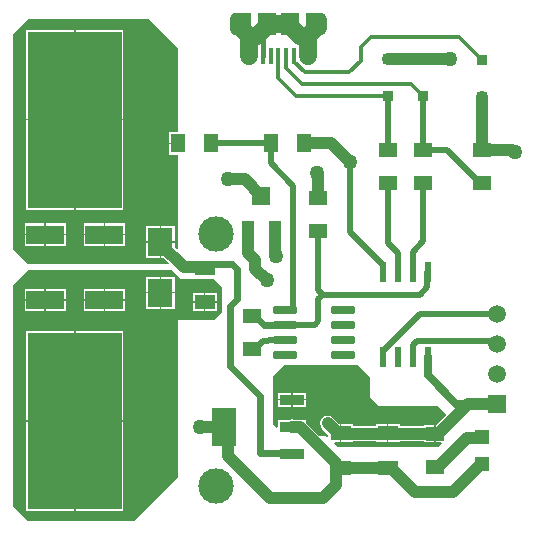
<source format=gtl>
G04*
G04 #@! TF.GenerationSoftware,Altium Limited,Altium Designer,21.0.9 (235)*
G04*
G04 Layer_Physical_Order=1*
G04 Layer_Color=255*
%FSLAX25Y25*%
%MOIN*%
G70*
G04*
G04 #@! TF.SameCoordinates,F2DB6EBA-4697-400F-9171-178E4C064C3E*
G04*
G04*
G04 #@! TF.FilePolarity,Positive*
G04*
G01*
G75*
%ADD15C,0.01968*%
%ADD16R,0.01575X0.05315*%
%ADD17R,0.05906X0.07480*%
%ADD18R,0.04724X0.06496*%
G04:AMPARAMS|DCode=19|XSize=67.32mil|YSize=22.84mil|CornerRadius=2.85mil|HoleSize=0mil|Usage=FLASHONLY|Rotation=270.000|XOffset=0mil|YOffset=0mil|HoleType=Round|Shape=RoundedRectangle|*
%AMROUNDEDRECTD19*
21,1,0.06732,0.01713,0,0,270.0*
21,1,0.06161,0.02284,0,0,270.0*
1,1,0.00571,-0.00856,-0.03081*
1,1,0.00571,-0.00856,0.03081*
1,1,0.00571,0.00856,0.03081*
1,1,0.00571,0.00856,-0.03081*
%
%ADD19ROUNDEDRECTD19*%
%ADD20R,0.08465X0.03740*%
%ADD21R,0.08465X0.12795*%
G04:AMPARAMS|DCode=22|XSize=77.56mil|YSize=23.62mil|CornerRadius=2.95mil|HoleSize=0mil|Usage=FLASHONLY|Rotation=180.000|XOffset=0mil|YOffset=0mil|HoleType=Round|Shape=RoundedRectangle|*
%AMROUNDEDRECTD22*
21,1,0.07756,0.01772,0,0,180.0*
21,1,0.07165,0.02362,0,0,180.0*
1,1,0.00591,-0.03583,0.00886*
1,1,0.00591,0.03583,0.00886*
1,1,0.00591,0.03583,-0.00886*
1,1,0.00591,-0.03583,-0.00886*
%
%ADD22ROUNDEDRECTD22*%
%ADD23R,0.05118X0.04528*%
%ADD24R,0.12795X0.06496*%
%ADD25R,0.31496X0.59055*%
%ADD26R,0.06496X0.04724*%
%ADD27R,0.07087X0.05118*%
%ADD28R,0.04331X0.06299*%
%ADD29R,0.06299X0.06299*%
%ADD30R,0.08465X0.09646*%
%ADD31R,0.03740X0.03543*%
%ADD53C,0.03937*%
%ADD54C,0.01378*%
%ADD55C,0.05906*%
%ADD56C,0.01575*%
%ADD57C,0.02362*%
%ADD58C,0.02756*%
%ADD59C,0.11811*%
%ADD60R,0.05906X0.05906*%
%ADD61C,0.05906*%
%ADD62C,0.05709*%
%ADD63C,0.05000*%
G36*
X227756Y390354D02*
X225787D01*
Y393898D01*
X227756D01*
X227756Y390354D01*
D02*
G37*
G36*
X197441Y390354D02*
X195473D01*
X195472Y393898D01*
X197441D01*
Y390354D01*
D02*
G37*
G36*
X225787Y388386D02*
X220669D01*
Y395866D01*
X225787D01*
Y388386D01*
D02*
G37*
G36*
X202559D02*
X197441D01*
Y395866D01*
X202559D01*
Y388386D01*
D02*
G37*
G36*
X168307Y393701D02*
X178150Y383858D01*
Y356110D01*
X175091D01*
Y352612D01*
X177953D01*
Y352112D01*
X175091D01*
Y348614D01*
X178150D01*
Y317205D01*
X177688Y317014D01*
X176976Y317725D01*
Y319238D01*
X172494D01*
Y314165D01*
X173417D01*
X175112Y312470D01*
X174921Y312008D01*
X127953D01*
X123031Y316929D01*
Y388779D01*
X127953Y393701D01*
X168307Y393701D01*
D02*
G37*
G36*
X179134Y307087D02*
X189961D01*
X192913Y304134D01*
X192913Y296260D01*
X189961Y293307D01*
X178150Y293307D01*
X178150Y284449D01*
X178150Y241142D01*
X163386Y226378D01*
X127953Y226378D01*
X123031Y231299D01*
X123031Y304134D01*
Y305118D01*
X127953Y310039D01*
X176181D01*
X179134Y307087D01*
D02*
G37*
G36*
X242126Y274606D02*
Y267717D01*
X245079Y264764D01*
X264764D01*
X267561Y261967D01*
X264030Y258435D01*
Y255512D01*
Y252650D01*
X265776D01*
X265967Y252188D01*
X264764Y250984D01*
X231299D01*
X230096Y252188D01*
X230287Y252650D01*
X232033D01*
Y255709D01*
Y258768D01*
X231800D01*
X229732Y260835D01*
X228916Y261380D01*
X227953Y261572D01*
X226990Y261380D01*
X226173Y260835D01*
X225627Y260018D01*
X225436Y259055D01*
X225627Y258092D01*
X226173Y257275D01*
X228240Y255208D01*
Y254697D01*
X227778Y254505D01*
X227362Y254921D01*
X225213D01*
X220874Y259260D01*
Y260244D01*
X219042D01*
X218799Y260293D01*
X216637D01*
X216142Y260391D01*
X215404Y260244D01*
X211409D01*
Y257748D01*
X210947Y257556D01*
X209646Y258858D01*
Y274606D01*
X213583Y278543D01*
X238189D01*
X242126Y274606D01*
D02*
G37*
%LPC*%
G36*
X159949Y390264D02*
X143951D01*
Y360486D01*
X159949D01*
Y390264D01*
D02*
G37*
G36*
X143451D02*
X127453D01*
Y360486D01*
X143451D01*
Y390264D01*
D02*
G37*
G36*
X159949Y359986D02*
X143951D01*
Y330209D01*
X159949D01*
Y359986D01*
D02*
G37*
G36*
X143451D02*
X127453D01*
Y330209D01*
X143451D01*
Y359986D01*
D02*
G37*
G36*
X160441Y325697D02*
X153794D01*
Y322199D01*
X160441D01*
Y325697D01*
D02*
G37*
G36*
X140756D02*
X134109D01*
Y322199D01*
X140756D01*
Y325697D01*
D02*
G37*
G36*
X153294D02*
X146646D01*
Y322199D01*
X153294D01*
Y325697D01*
D02*
G37*
G36*
X133609D02*
X126961D01*
Y322199D01*
X133609D01*
Y325697D01*
D02*
G37*
G36*
X176976Y324811D02*
X172494D01*
Y319738D01*
X176976D01*
Y324811D01*
D02*
G37*
G36*
X171994D02*
X167512D01*
Y319738D01*
X171994D01*
Y324811D01*
D02*
G37*
G36*
X160441Y321699D02*
X153794D01*
Y318201D01*
X160441D01*
Y321699D01*
D02*
G37*
G36*
X153294D02*
X146646D01*
Y318201D01*
X153294D01*
Y321699D01*
D02*
G37*
G36*
X140756D02*
X134109D01*
Y318201D01*
X140756D01*
Y321699D01*
D02*
G37*
G36*
X133609D02*
X126961D01*
Y318201D01*
X133609D01*
Y321699D01*
D02*
G37*
G36*
X171994Y319238D02*
X167512D01*
Y314165D01*
X171994D01*
Y319238D01*
D02*
G37*
G36*
X176976Y307882D02*
X172494D01*
Y302809D01*
X176976D01*
Y307882D01*
D02*
G37*
G36*
X171994D02*
X167512D01*
Y302809D01*
X171994D01*
Y307882D01*
D02*
G37*
G36*
X160441Y303847D02*
X153794D01*
Y300348D01*
X160441D01*
Y303847D01*
D02*
G37*
G36*
X140756D02*
X134109D01*
Y300348D01*
X140756D01*
Y303847D01*
D02*
G37*
G36*
X153294D02*
X146646D01*
Y300348D01*
X153294D01*
Y303847D01*
D02*
G37*
G36*
X133609D02*
X126961D01*
Y300348D01*
X133609D01*
Y303847D01*
D02*
G37*
G36*
X191051Y302468D02*
X187258D01*
Y299659D01*
X191051D01*
Y302468D01*
D02*
G37*
G36*
X186758D02*
X182965D01*
Y299659D01*
X186758D01*
Y302468D01*
D02*
G37*
G36*
X176976Y302309D02*
X172494D01*
Y297236D01*
X176976D01*
Y302309D01*
D02*
G37*
G36*
X171994D02*
X167512D01*
Y297236D01*
X171994D01*
Y302309D01*
D02*
G37*
G36*
X160441Y299849D02*
X153794D01*
Y296351D01*
X160441D01*
Y299849D01*
D02*
G37*
G36*
X153294D02*
X146646D01*
Y296351D01*
X153294D01*
Y299849D01*
D02*
G37*
G36*
X140756D02*
X134109D01*
Y296351D01*
X140756D01*
Y299849D01*
D02*
G37*
G36*
X133609D02*
X126961D01*
Y296351D01*
X133609D01*
Y299849D01*
D02*
G37*
G36*
X191051Y299159D02*
X187258D01*
Y296350D01*
X191051D01*
Y299159D01*
D02*
G37*
G36*
X186758D02*
X182965D01*
Y296350D01*
X186758D01*
Y299159D01*
D02*
G37*
G36*
X159949Y289870D02*
X143951D01*
Y260092D01*
X159949D01*
Y289870D01*
D02*
G37*
G36*
X143451D02*
X127453D01*
Y260092D01*
X143451D01*
Y289870D01*
D02*
G37*
G36*
X159949Y259593D02*
X143951D01*
Y229815D01*
X159949D01*
Y259593D01*
D02*
G37*
G36*
X143451D02*
X127453D01*
Y229815D01*
X143451D01*
Y259593D01*
D02*
G37*
G36*
X220874Y269299D02*
X216392D01*
Y267179D01*
X220874D01*
Y269299D01*
D02*
G37*
G36*
X215892D02*
X211409D01*
Y267179D01*
X215892D01*
Y269299D01*
D02*
G37*
G36*
X220874Y266679D02*
X216392D01*
Y264559D01*
X220874D01*
Y266679D01*
D02*
G37*
G36*
X215892D02*
X211409D01*
Y264559D01*
X215892D01*
Y266679D01*
D02*
G37*
G36*
X247781Y258768D02*
X243988D01*
Y258127D01*
X236327D01*
Y258768D01*
X232534D01*
Y255709D01*
Y252650D01*
X236327D01*
Y253093D01*
X243988D01*
Y252650D01*
X247781D01*
Y255709D01*
Y258768D01*
D02*
G37*
G36*
X252075D02*
X248282D01*
Y255709D01*
Y252650D01*
X252075D01*
Y253093D01*
X260032D01*
Y252650D01*
X263529D01*
Y255512D01*
Y258374D01*
X260032D01*
Y258127D01*
X252075D01*
Y258768D01*
D02*
G37*
%LPD*%
D15*
X197835Y389452D02*
X198425Y390354D01*
X197835Y391256D02*
X196902Y391178D01*
X196457Y390354D01*
X196902Y389531D01*
X197835Y389452D01*
X198425Y390354D02*
X197835Y391256D01*
X226772Y393898D02*
X226279Y394750D01*
X225295D01*
X224803Y393898D01*
X225295Y393045D01*
X226279D01*
X226772Y393898D01*
Y390354D02*
X226279Y391207D01*
X225295D01*
X224803Y390354D01*
X225295Y389502D01*
X226279D01*
X226772Y390354D01*
X198425Y393898D02*
X197933Y394750D01*
X196949D01*
X196457Y393898D01*
X196949Y393045D01*
X197933D01*
X198425Y393898D01*
X251575Y309705D02*
Y315748D01*
X251437Y309567D02*
X251575Y309705D01*
X256299Y309705D02*
Y316142D01*
X261280Y309409D02*
X261437Y309567D01*
X261280Y304587D02*
Y309409D01*
X258661Y301969D02*
X261280Y304587D01*
X258819Y295590D02*
X284449D01*
X246437Y280984D02*
Y283209D01*
X258819Y295590D01*
X281570Y286344D02*
X283696D01*
X284449Y285591D01*
X281496Y286417D02*
X281570Y286344D01*
X256594Y285264D02*
X257748Y286417D01*
X281496D01*
X256594Y281142D02*
Y285264D01*
X256437Y280984D02*
X256594Y281142D01*
X209055Y345669D02*
X216535Y338189D01*
X213701Y296870D02*
X216339D01*
X216535Y297067D01*
Y338189D01*
X246437Y309567D02*
Y311791D01*
X235433Y322795D02*
X246437Y311791D01*
X235433Y322795D02*
Y346063D01*
X224803Y300394D02*
X226378Y301969D01*
X213701Y291870D02*
X223650D01*
X224803Y293023D01*
Y300394D01*
Y303543D02*
Y323228D01*
Y303543D02*
X226378Y301969D01*
X209055Y345669D02*
Y352362D01*
X226378Y301969D02*
X258661D01*
X213228Y286673D02*
X213563Y287008D01*
X208327Y286673D02*
X213228D01*
X208268Y286614D02*
X208327Y286673D01*
X202756Y283858D02*
X203642D01*
X206398Y286614D01*
X208268D01*
X213563Y287008D02*
X213701Y286870D01*
X248031Y319291D02*
Y338976D01*
Y319291D02*
X251575Y315748D01*
X256299Y309705D02*
X256437Y309567D01*
X259842Y319685D02*
Y338976D01*
X256299Y316142D02*
X259842Y319685D01*
X278642Y338976D02*
X279528D01*
X259842Y350000D02*
X267618D01*
X278642Y338976D01*
X259842Y350000D02*
Y368110D01*
X248031Y350000D02*
Y368110D01*
Y350000D02*
X248031Y350000D01*
X188976Y352362D02*
X209055D01*
D16*
X216732Y381496D02*
D03*
X214173D02*
D03*
X211614D02*
D03*
X209055D02*
D03*
X206496D02*
D03*
D17*
X215551Y392126D02*
D03*
X207677D02*
D03*
D18*
X177953Y352362D02*
D03*
X188976D02*
D03*
X220079D02*
D03*
X209055D02*
D03*
D19*
X261437Y309567D02*
D03*
X256437D02*
D03*
X251437D02*
D03*
X246437D02*
D03*
Y280984D02*
D03*
X251437D02*
D03*
X256437D02*
D03*
X261437D02*
D03*
D20*
X216142Y248819D02*
D03*
Y257874D02*
D03*
Y266929D02*
D03*
D21*
X193307Y257874D02*
D03*
D22*
X213701Y281870D02*
D03*
Y286870D02*
D03*
Y291870D02*
D03*
Y296870D02*
D03*
X233150D02*
D03*
Y291870D02*
D03*
Y286870D02*
D03*
Y281870D02*
D03*
D23*
X279528Y245571D02*
D03*
Y254429D02*
D03*
D24*
X153544Y300098D02*
D03*
Y321949D02*
D03*
X133859Y300098D02*
D03*
Y321949D02*
D03*
D25*
X143701Y360236D02*
D03*
Y259842D02*
D03*
D26*
X202756Y283858D02*
D03*
Y294882D02*
D03*
X224803Y334252D02*
D03*
Y323228D02*
D03*
X279528Y338976D02*
D03*
Y350000D02*
D03*
X259842Y338976D02*
D03*
Y350000D02*
D03*
X248031Y338976D02*
D03*
Y350000D02*
D03*
X263779Y244488D02*
D03*
Y255512D02*
D03*
D27*
X187008Y299410D02*
D03*
Y310827D02*
D03*
X248031Y244291D02*
D03*
Y255709D02*
D03*
X232283D02*
D03*
Y244291D02*
D03*
D28*
X210433Y323425D02*
D03*
X201378D02*
D03*
D29*
X205906Y334842D02*
D03*
D30*
X172244Y319488D02*
D03*
Y302559D02*
D03*
D31*
X259842Y380512D02*
D03*
Y368110D02*
D03*
X279528Y380217D02*
D03*
Y367815D02*
D03*
X248031Y380512D02*
D03*
Y368110D02*
D03*
D53*
X180118Y311024D02*
X186811D01*
X187008Y310827D01*
X172244Y318898D02*
X180118Y311024D01*
X193307Y257874D02*
X194727Y256454D01*
Y248186D02*
X208661Y234252D01*
X194727Y248186D02*
Y256454D01*
X208661Y234252D02*
X226378D01*
X230709Y238583D02*
Y244882D01*
X232283Y244291D02*
X248031D01*
X231299D02*
X232283D01*
X284449Y265591D02*
X285433Y266575D01*
X172244Y318898D02*
Y319488D01*
X216240Y257776D02*
X218799D01*
X230709Y244882D02*
Y245866D01*
Y244882D02*
X231299Y244291D01*
X218799Y257776D02*
X230709Y245866D01*
X216142Y257874D02*
X216240Y257776D01*
X185327Y257874D02*
X193307D01*
X248031Y255610D02*
X263681D01*
X279528Y350000D02*
X289476D01*
X290067Y349410D01*
X290354D01*
X232382Y255610D02*
X248031D01*
X274744Y265591D02*
X284449D01*
X263779Y255512D02*
X264665D01*
X274744Y265591D01*
X220079Y352362D02*
X229134D01*
X235433Y346063D01*
X226378Y234252D02*
X230709Y238583D01*
X268701Y380512D02*
X268898Y380315D01*
X259842Y380512D02*
X268701D01*
X248031D02*
X259842D01*
X210433Y323425D02*
X210531Y323327D01*
Y315059D02*
Y323327D01*
Y315059D02*
X210630Y314961D01*
X201378Y315945D02*
Y323425D01*
X203937Y310630D02*
Y313386D01*
Y310630D02*
X207874Y306693D01*
X201378Y315945D02*
X203937Y313386D01*
X249606Y243701D02*
X257087Y236221D01*
X248622Y243701D02*
X249606D01*
X257087Y236221D02*
X269882D01*
X248031Y244291D02*
X248622Y243701D01*
X269882Y236221D02*
X279232Y245571D01*
X279528D01*
X264665Y244488D02*
X274311Y254134D01*
X279232D01*
X279528Y350000D02*
Y367815D01*
X224410Y342232D02*
X224803Y341838D01*
X224410Y342232D02*
Y342520D01*
X224803Y334252D02*
Y341838D01*
X195085Y340348D02*
X200400D01*
X205906Y334842D01*
X194882Y340551D02*
X195085Y340348D01*
X227953Y259055D02*
X231299Y255709D01*
X232283D01*
X263681Y255610D02*
X263779Y255512D01*
X232283Y255709D02*
X232382Y255610D01*
X263779Y244488D02*
X264665D01*
X279232Y254134D02*
X279528Y254429D01*
D54*
X216831Y379528D02*
X216929D01*
X220473Y375984D02*
X235236D01*
X216732Y379626D02*
Y381496D01*
X216929Y379528D02*
X220473Y375984D01*
X216732Y379626D02*
X216831Y379528D01*
X214173Y377362D02*
X219488Y372047D01*
X255807D01*
X214173Y377362D02*
Y381496D01*
X255807Y372047D02*
X259744Y368110D01*
X211614Y374016D02*
X217520Y368110D01*
X211614Y374016D02*
Y381496D01*
X217520Y368110D02*
X248031D01*
X248031Y368110D01*
X235236Y375984D02*
X239173Y379921D01*
Y384408D01*
X242561Y387795D01*
X271850D01*
X259744Y368110D02*
X259842D01*
X279429Y380217D02*
X279528D01*
X271850Y387795D02*
X279429Y380217D01*
D55*
X198819Y391142D02*
Y392717D01*
X221457Y388189D02*
X224705Y391437D01*
X198819Y391142D02*
X201772Y388189D01*
X204527D02*
X206496Y390158D01*
X218701Y388189D02*
X221457D01*
X215551Y391339D02*
X218701Y388189D01*
X221457Y381496D02*
Y388189D01*
X215551Y391339D02*
Y392126D01*
X201772Y388189D02*
X204527D01*
X201772Y381496D02*
Y388189D01*
X207677Y392126D02*
X215551D01*
D56*
X206496Y390158D02*
Y390945D01*
Y381496D02*
Y390158D01*
Y390945D02*
X207677Y392126D01*
D57*
X215748Y249213D02*
X216142Y248819D01*
X205512Y249213D02*
X215748D01*
X205512D02*
Y268110D01*
X197638Y300319D02*
Y310624D01*
X187205Y312008D02*
X196254D01*
X197638Y310624D01*
X187008Y311811D02*
X187205Y312008D01*
X195318Y297999D02*
X197638Y300319D01*
X195318Y278304D02*
Y297999D01*
Y278304D02*
X205512Y268110D01*
X208886Y291870D02*
X213701D01*
X208748Y291732D02*
X208886Y291870D01*
X202756Y294882D02*
X203642D01*
X206791Y291732D01*
X208748D01*
D58*
X261437Y274980D02*
X270827Y265591D01*
X274744D01*
X261437Y274980D02*
Y280984D01*
D59*
X190945Y322047D02*
D03*
Y238189D02*
D03*
D60*
X284449Y265591D02*
D03*
D61*
Y275590D02*
D03*
Y285591D02*
D03*
Y295590D02*
D03*
D62*
X201772Y381496D02*
D03*
X221457D02*
D03*
D63*
X185327Y257874D02*
D03*
X290354Y349410D02*
D03*
X171260Y259842D02*
D03*
X168307Y360236D02*
D03*
X235433Y346063D02*
D03*
X268898Y380315D02*
D03*
X210630Y314961D02*
D03*
X207874Y306693D02*
D03*
X224410Y342520D02*
D03*
X194882Y340551D02*
D03*
M02*

</source>
